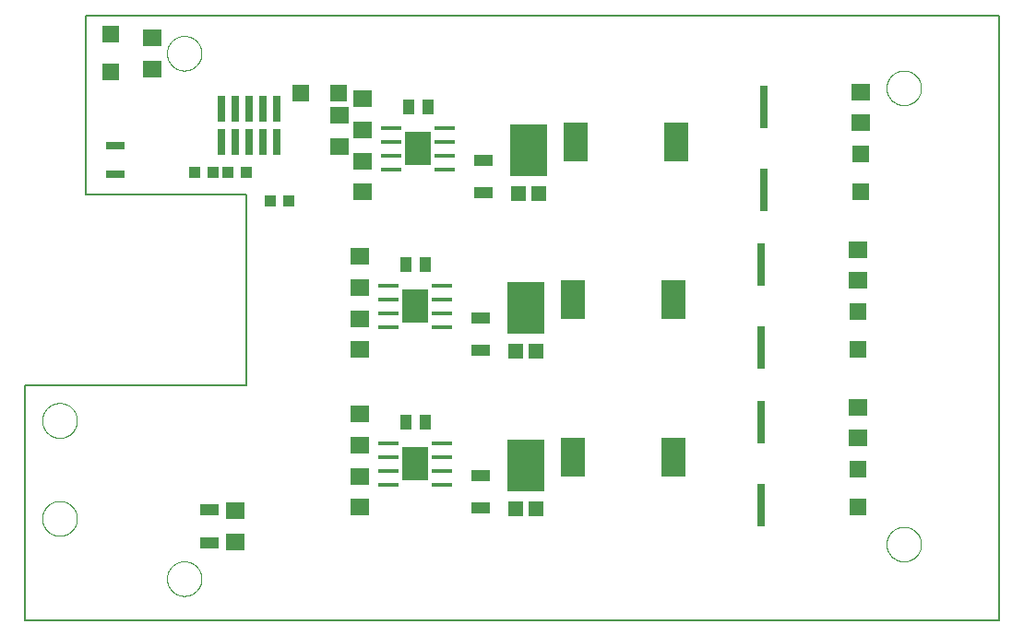
<source format=gtp>
G75*
%MOIN*%
%OFA0B0*%
%FSLAX25Y25*%
%IPPOS*%
%LPD*%
%AMOC8*
5,1,8,0,0,1.08239X$1,22.5*
%
%ADD10C,0.00500*%
%ADD11C,0.00000*%
%ADD12R,0.07100X0.04400*%
%ADD13R,0.07098X0.06299*%
%ADD14R,0.04400X0.05700*%
%ADD15R,0.03100X0.15200*%
%ADD16R,0.05500X0.05500*%
%ADD17R,0.13200X0.19100*%
%ADD18R,0.05906X0.05906*%
%ADD19R,0.07800X0.01800*%
%ADD20R,0.09400X0.12200*%
%ADD21C,0.00600*%
%ADD22R,0.09055X0.14173*%
%ADD23R,0.03937X0.04331*%
%ADD24R,0.04331X0.03937*%
%ADD25R,0.02650X0.09700*%
%ADD26R,0.06693X0.03150*%
D10*
X0026831Y0007667D02*
X0026831Y0092667D01*
X0106831Y0092667D01*
X0106831Y0161667D01*
X0048831Y0161667D01*
X0048831Y0226167D01*
X0378831Y0226167D01*
X0378831Y0007667D01*
X0026831Y0007667D01*
D11*
X0078081Y0022667D02*
X0078083Y0022825D01*
X0078089Y0022982D01*
X0078099Y0023140D01*
X0078113Y0023297D01*
X0078131Y0023453D01*
X0078152Y0023610D01*
X0078178Y0023765D01*
X0078208Y0023920D01*
X0078241Y0024074D01*
X0078279Y0024227D01*
X0078320Y0024380D01*
X0078365Y0024531D01*
X0078414Y0024681D01*
X0078467Y0024829D01*
X0078523Y0024977D01*
X0078584Y0025122D01*
X0078647Y0025267D01*
X0078715Y0025409D01*
X0078786Y0025550D01*
X0078860Y0025689D01*
X0078938Y0025826D01*
X0079020Y0025961D01*
X0079104Y0026094D01*
X0079193Y0026225D01*
X0079284Y0026353D01*
X0079379Y0026480D01*
X0079476Y0026603D01*
X0079577Y0026725D01*
X0079681Y0026843D01*
X0079788Y0026959D01*
X0079898Y0027072D01*
X0080010Y0027183D01*
X0080126Y0027290D01*
X0080244Y0027395D01*
X0080364Y0027497D01*
X0080487Y0027595D01*
X0080613Y0027691D01*
X0080741Y0027783D01*
X0080871Y0027872D01*
X0081003Y0027958D01*
X0081138Y0028040D01*
X0081275Y0028119D01*
X0081413Y0028194D01*
X0081553Y0028266D01*
X0081696Y0028334D01*
X0081839Y0028399D01*
X0081985Y0028460D01*
X0082132Y0028517D01*
X0082280Y0028571D01*
X0082430Y0028621D01*
X0082580Y0028667D01*
X0082732Y0028709D01*
X0082885Y0028748D01*
X0083039Y0028782D01*
X0083194Y0028813D01*
X0083349Y0028839D01*
X0083505Y0028862D01*
X0083662Y0028881D01*
X0083819Y0028896D01*
X0083976Y0028907D01*
X0084134Y0028914D01*
X0084292Y0028917D01*
X0084449Y0028916D01*
X0084607Y0028911D01*
X0084764Y0028902D01*
X0084922Y0028889D01*
X0085078Y0028872D01*
X0085235Y0028851D01*
X0085390Y0028827D01*
X0085545Y0028798D01*
X0085700Y0028765D01*
X0085853Y0028729D01*
X0086006Y0028688D01*
X0086157Y0028644D01*
X0086307Y0028596D01*
X0086456Y0028545D01*
X0086604Y0028489D01*
X0086750Y0028430D01*
X0086895Y0028367D01*
X0087038Y0028300D01*
X0087179Y0028230D01*
X0087318Y0028157D01*
X0087456Y0028080D01*
X0087592Y0027999D01*
X0087725Y0027915D01*
X0087856Y0027828D01*
X0087985Y0027737D01*
X0088112Y0027643D01*
X0088237Y0027546D01*
X0088358Y0027446D01*
X0088478Y0027343D01*
X0088594Y0027237D01*
X0088708Y0027128D01*
X0088820Y0027016D01*
X0088928Y0026902D01*
X0089033Y0026784D01*
X0089136Y0026664D01*
X0089235Y0026542D01*
X0089331Y0026417D01*
X0089424Y0026289D01*
X0089514Y0026160D01*
X0089600Y0026028D01*
X0089684Y0025894D01*
X0089763Y0025758D01*
X0089840Y0025620D01*
X0089912Y0025480D01*
X0089981Y0025338D01*
X0090047Y0025195D01*
X0090109Y0025050D01*
X0090167Y0024903D01*
X0090222Y0024755D01*
X0090273Y0024606D01*
X0090320Y0024455D01*
X0090363Y0024304D01*
X0090402Y0024151D01*
X0090438Y0023997D01*
X0090469Y0023843D01*
X0090497Y0023688D01*
X0090521Y0023532D01*
X0090541Y0023375D01*
X0090557Y0023218D01*
X0090569Y0023061D01*
X0090577Y0022904D01*
X0090581Y0022746D01*
X0090581Y0022588D01*
X0090577Y0022430D01*
X0090569Y0022273D01*
X0090557Y0022116D01*
X0090541Y0021959D01*
X0090521Y0021802D01*
X0090497Y0021646D01*
X0090469Y0021491D01*
X0090438Y0021337D01*
X0090402Y0021183D01*
X0090363Y0021030D01*
X0090320Y0020879D01*
X0090273Y0020728D01*
X0090222Y0020579D01*
X0090167Y0020431D01*
X0090109Y0020284D01*
X0090047Y0020139D01*
X0089981Y0019996D01*
X0089912Y0019854D01*
X0089840Y0019714D01*
X0089763Y0019576D01*
X0089684Y0019440D01*
X0089600Y0019306D01*
X0089514Y0019174D01*
X0089424Y0019045D01*
X0089331Y0018917D01*
X0089235Y0018792D01*
X0089136Y0018670D01*
X0089033Y0018550D01*
X0088928Y0018432D01*
X0088820Y0018318D01*
X0088708Y0018206D01*
X0088594Y0018097D01*
X0088478Y0017991D01*
X0088358Y0017888D01*
X0088237Y0017788D01*
X0088112Y0017691D01*
X0087985Y0017597D01*
X0087856Y0017506D01*
X0087725Y0017419D01*
X0087592Y0017335D01*
X0087456Y0017254D01*
X0087318Y0017177D01*
X0087179Y0017104D01*
X0087038Y0017034D01*
X0086895Y0016967D01*
X0086750Y0016904D01*
X0086604Y0016845D01*
X0086456Y0016789D01*
X0086307Y0016738D01*
X0086157Y0016690D01*
X0086006Y0016646D01*
X0085853Y0016605D01*
X0085700Y0016569D01*
X0085545Y0016536D01*
X0085390Y0016507D01*
X0085235Y0016483D01*
X0085078Y0016462D01*
X0084922Y0016445D01*
X0084764Y0016432D01*
X0084607Y0016423D01*
X0084449Y0016418D01*
X0084292Y0016417D01*
X0084134Y0016420D01*
X0083976Y0016427D01*
X0083819Y0016438D01*
X0083662Y0016453D01*
X0083505Y0016472D01*
X0083349Y0016495D01*
X0083194Y0016521D01*
X0083039Y0016552D01*
X0082885Y0016586D01*
X0082732Y0016625D01*
X0082580Y0016667D01*
X0082430Y0016713D01*
X0082280Y0016763D01*
X0082132Y0016817D01*
X0081985Y0016874D01*
X0081839Y0016935D01*
X0081696Y0017000D01*
X0081553Y0017068D01*
X0081413Y0017140D01*
X0081275Y0017215D01*
X0081138Y0017294D01*
X0081003Y0017376D01*
X0080871Y0017462D01*
X0080741Y0017551D01*
X0080613Y0017643D01*
X0080487Y0017739D01*
X0080364Y0017837D01*
X0080244Y0017939D01*
X0080126Y0018044D01*
X0080010Y0018151D01*
X0079898Y0018262D01*
X0079788Y0018375D01*
X0079681Y0018491D01*
X0079577Y0018609D01*
X0079476Y0018731D01*
X0079379Y0018854D01*
X0079284Y0018981D01*
X0079193Y0019109D01*
X0079104Y0019240D01*
X0079020Y0019373D01*
X0078938Y0019508D01*
X0078860Y0019645D01*
X0078786Y0019784D01*
X0078715Y0019925D01*
X0078647Y0020067D01*
X0078584Y0020212D01*
X0078523Y0020357D01*
X0078467Y0020505D01*
X0078414Y0020653D01*
X0078365Y0020803D01*
X0078320Y0020954D01*
X0078279Y0021107D01*
X0078241Y0021260D01*
X0078208Y0021414D01*
X0078178Y0021569D01*
X0078152Y0021724D01*
X0078131Y0021881D01*
X0078113Y0022037D01*
X0078099Y0022194D01*
X0078089Y0022352D01*
X0078083Y0022509D01*
X0078081Y0022667D01*
X0032996Y0044450D02*
X0032998Y0044608D01*
X0033004Y0044766D01*
X0033014Y0044924D01*
X0033028Y0045082D01*
X0033046Y0045239D01*
X0033067Y0045396D01*
X0033093Y0045552D01*
X0033123Y0045708D01*
X0033156Y0045863D01*
X0033194Y0046016D01*
X0033235Y0046169D01*
X0033280Y0046321D01*
X0033329Y0046472D01*
X0033382Y0046621D01*
X0033438Y0046769D01*
X0033498Y0046915D01*
X0033562Y0047060D01*
X0033630Y0047203D01*
X0033701Y0047345D01*
X0033775Y0047485D01*
X0033853Y0047622D01*
X0033935Y0047758D01*
X0034019Y0047892D01*
X0034108Y0048023D01*
X0034199Y0048152D01*
X0034294Y0048279D01*
X0034391Y0048404D01*
X0034492Y0048526D01*
X0034596Y0048645D01*
X0034703Y0048762D01*
X0034813Y0048876D01*
X0034926Y0048987D01*
X0035041Y0049096D01*
X0035159Y0049201D01*
X0035280Y0049303D01*
X0035403Y0049403D01*
X0035529Y0049499D01*
X0035657Y0049592D01*
X0035787Y0049682D01*
X0035920Y0049768D01*
X0036055Y0049852D01*
X0036191Y0049931D01*
X0036330Y0050008D01*
X0036471Y0050080D01*
X0036613Y0050150D01*
X0036757Y0050215D01*
X0036903Y0050277D01*
X0037050Y0050335D01*
X0037199Y0050390D01*
X0037349Y0050441D01*
X0037500Y0050488D01*
X0037652Y0050531D01*
X0037805Y0050570D01*
X0037960Y0050606D01*
X0038115Y0050637D01*
X0038271Y0050665D01*
X0038427Y0050689D01*
X0038584Y0050709D01*
X0038742Y0050725D01*
X0038899Y0050737D01*
X0039058Y0050745D01*
X0039216Y0050749D01*
X0039374Y0050749D01*
X0039532Y0050745D01*
X0039691Y0050737D01*
X0039848Y0050725D01*
X0040006Y0050709D01*
X0040163Y0050689D01*
X0040319Y0050665D01*
X0040475Y0050637D01*
X0040630Y0050606D01*
X0040785Y0050570D01*
X0040938Y0050531D01*
X0041090Y0050488D01*
X0041241Y0050441D01*
X0041391Y0050390D01*
X0041540Y0050335D01*
X0041687Y0050277D01*
X0041833Y0050215D01*
X0041977Y0050150D01*
X0042119Y0050080D01*
X0042260Y0050008D01*
X0042399Y0049931D01*
X0042535Y0049852D01*
X0042670Y0049768D01*
X0042803Y0049682D01*
X0042933Y0049592D01*
X0043061Y0049499D01*
X0043187Y0049403D01*
X0043310Y0049303D01*
X0043431Y0049201D01*
X0043549Y0049096D01*
X0043664Y0048987D01*
X0043777Y0048876D01*
X0043887Y0048762D01*
X0043994Y0048645D01*
X0044098Y0048526D01*
X0044199Y0048404D01*
X0044296Y0048279D01*
X0044391Y0048152D01*
X0044482Y0048023D01*
X0044571Y0047892D01*
X0044655Y0047758D01*
X0044737Y0047622D01*
X0044815Y0047485D01*
X0044889Y0047345D01*
X0044960Y0047203D01*
X0045028Y0047060D01*
X0045092Y0046915D01*
X0045152Y0046769D01*
X0045208Y0046621D01*
X0045261Y0046472D01*
X0045310Y0046321D01*
X0045355Y0046169D01*
X0045396Y0046016D01*
X0045434Y0045863D01*
X0045467Y0045708D01*
X0045497Y0045552D01*
X0045523Y0045396D01*
X0045544Y0045239D01*
X0045562Y0045082D01*
X0045576Y0044924D01*
X0045586Y0044766D01*
X0045592Y0044608D01*
X0045594Y0044450D01*
X0045592Y0044292D01*
X0045586Y0044134D01*
X0045576Y0043976D01*
X0045562Y0043818D01*
X0045544Y0043661D01*
X0045523Y0043504D01*
X0045497Y0043348D01*
X0045467Y0043192D01*
X0045434Y0043037D01*
X0045396Y0042884D01*
X0045355Y0042731D01*
X0045310Y0042579D01*
X0045261Y0042428D01*
X0045208Y0042279D01*
X0045152Y0042131D01*
X0045092Y0041985D01*
X0045028Y0041840D01*
X0044960Y0041697D01*
X0044889Y0041555D01*
X0044815Y0041415D01*
X0044737Y0041278D01*
X0044655Y0041142D01*
X0044571Y0041008D01*
X0044482Y0040877D01*
X0044391Y0040748D01*
X0044296Y0040621D01*
X0044199Y0040496D01*
X0044098Y0040374D01*
X0043994Y0040255D01*
X0043887Y0040138D01*
X0043777Y0040024D01*
X0043664Y0039913D01*
X0043549Y0039804D01*
X0043431Y0039699D01*
X0043310Y0039597D01*
X0043187Y0039497D01*
X0043061Y0039401D01*
X0042933Y0039308D01*
X0042803Y0039218D01*
X0042670Y0039132D01*
X0042535Y0039048D01*
X0042399Y0038969D01*
X0042260Y0038892D01*
X0042119Y0038820D01*
X0041977Y0038750D01*
X0041833Y0038685D01*
X0041687Y0038623D01*
X0041540Y0038565D01*
X0041391Y0038510D01*
X0041241Y0038459D01*
X0041090Y0038412D01*
X0040938Y0038369D01*
X0040785Y0038330D01*
X0040630Y0038294D01*
X0040475Y0038263D01*
X0040319Y0038235D01*
X0040163Y0038211D01*
X0040006Y0038191D01*
X0039848Y0038175D01*
X0039691Y0038163D01*
X0039532Y0038155D01*
X0039374Y0038151D01*
X0039216Y0038151D01*
X0039058Y0038155D01*
X0038899Y0038163D01*
X0038742Y0038175D01*
X0038584Y0038191D01*
X0038427Y0038211D01*
X0038271Y0038235D01*
X0038115Y0038263D01*
X0037960Y0038294D01*
X0037805Y0038330D01*
X0037652Y0038369D01*
X0037500Y0038412D01*
X0037349Y0038459D01*
X0037199Y0038510D01*
X0037050Y0038565D01*
X0036903Y0038623D01*
X0036757Y0038685D01*
X0036613Y0038750D01*
X0036471Y0038820D01*
X0036330Y0038892D01*
X0036191Y0038969D01*
X0036055Y0039048D01*
X0035920Y0039132D01*
X0035787Y0039218D01*
X0035657Y0039308D01*
X0035529Y0039401D01*
X0035403Y0039497D01*
X0035280Y0039597D01*
X0035159Y0039699D01*
X0035041Y0039804D01*
X0034926Y0039913D01*
X0034813Y0040024D01*
X0034703Y0040138D01*
X0034596Y0040255D01*
X0034492Y0040374D01*
X0034391Y0040496D01*
X0034294Y0040621D01*
X0034199Y0040748D01*
X0034108Y0040877D01*
X0034019Y0041008D01*
X0033935Y0041142D01*
X0033853Y0041278D01*
X0033775Y0041415D01*
X0033701Y0041555D01*
X0033630Y0041697D01*
X0033562Y0041840D01*
X0033498Y0041985D01*
X0033438Y0042131D01*
X0033382Y0042279D01*
X0033329Y0042428D01*
X0033280Y0042579D01*
X0033235Y0042731D01*
X0033194Y0042884D01*
X0033156Y0043037D01*
X0033123Y0043192D01*
X0033093Y0043348D01*
X0033067Y0043504D01*
X0033046Y0043661D01*
X0033028Y0043818D01*
X0033014Y0043976D01*
X0033004Y0044134D01*
X0032998Y0044292D01*
X0032996Y0044450D01*
X0032996Y0079883D02*
X0032998Y0080041D01*
X0033004Y0080199D01*
X0033014Y0080357D01*
X0033028Y0080515D01*
X0033046Y0080672D01*
X0033067Y0080829D01*
X0033093Y0080985D01*
X0033123Y0081141D01*
X0033156Y0081296D01*
X0033194Y0081449D01*
X0033235Y0081602D01*
X0033280Y0081754D01*
X0033329Y0081905D01*
X0033382Y0082054D01*
X0033438Y0082202D01*
X0033498Y0082348D01*
X0033562Y0082493D01*
X0033630Y0082636D01*
X0033701Y0082778D01*
X0033775Y0082918D01*
X0033853Y0083055D01*
X0033935Y0083191D01*
X0034019Y0083325D01*
X0034108Y0083456D01*
X0034199Y0083585D01*
X0034294Y0083712D01*
X0034391Y0083837D01*
X0034492Y0083959D01*
X0034596Y0084078D01*
X0034703Y0084195D01*
X0034813Y0084309D01*
X0034926Y0084420D01*
X0035041Y0084529D01*
X0035159Y0084634D01*
X0035280Y0084736D01*
X0035403Y0084836D01*
X0035529Y0084932D01*
X0035657Y0085025D01*
X0035787Y0085115D01*
X0035920Y0085201D01*
X0036055Y0085285D01*
X0036191Y0085364D01*
X0036330Y0085441D01*
X0036471Y0085513D01*
X0036613Y0085583D01*
X0036757Y0085648D01*
X0036903Y0085710D01*
X0037050Y0085768D01*
X0037199Y0085823D01*
X0037349Y0085874D01*
X0037500Y0085921D01*
X0037652Y0085964D01*
X0037805Y0086003D01*
X0037960Y0086039D01*
X0038115Y0086070D01*
X0038271Y0086098D01*
X0038427Y0086122D01*
X0038584Y0086142D01*
X0038742Y0086158D01*
X0038899Y0086170D01*
X0039058Y0086178D01*
X0039216Y0086182D01*
X0039374Y0086182D01*
X0039532Y0086178D01*
X0039691Y0086170D01*
X0039848Y0086158D01*
X0040006Y0086142D01*
X0040163Y0086122D01*
X0040319Y0086098D01*
X0040475Y0086070D01*
X0040630Y0086039D01*
X0040785Y0086003D01*
X0040938Y0085964D01*
X0041090Y0085921D01*
X0041241Y0085874D01*
X0041391Y0085823D01*
X0041540Y0085768D01*
X0041687Y0085710D01*
X0041833Y0085648D01*
X0041977Y0085583D01*
X0042119Y0085513D01*
X0042260Y0085441D01*
X0042399Y0085364D01*
X0042535Y0085285D01*
X0042670Y0085201D01*
X0042803Y0085115D01*
X0042933Y0085025D01*
X0043061Y0084932D01*
X0043187Y0084836D01*
X0043310Y0084736D01*
X0043431Y0084634D01*
X0043549Y0084529D01*
X0043664Y0084420D01*
X0043777Y0084309D01*
X0043887Y0084195D01*
X0043994Y0084078D01*
X0044098Y0083959D01*
X0044199Y0083837D01*
X0044296Y0083712D01*
X0044391Y0083585D01*
X0044482Y0083456D01*
X0044571Y0083325D01*
X0044655Y0083191D01*
X0044737Y0083055D01*
X0044815Y0082918D01*
X0044889Y0082778D01*
X0044960Y0082636D01*
X0045028Y0082493D01*
X0045092Y0082348D01*
X0045152Y0082202D01*
X0045208Y0082054D01*
X0045261Y0081905D01*
X0045310Y0081754D01*
X0045355Y0081602D01*
X0045396Y0081449D01*
X0045434Y0081296D01*
X0045467Y0081141D01*
X0045497Y0080985D01*
X0045523Y0080829D01*
X0045544Y0080672D01*
X0045562Y0080515D01*
X0045576Y0080357D01*
X0045586Y0080199D01*
X0045592Y0080041D01*
X0045594Y0079883D01*
X0045592Y0079725D01*
X0045586Y0079567D01*
X0045576Y0079409D01*
X0045562Y0079251D01*
X0045544Y0079094D01*
X0045523Y0078937D01*
X0045497Y0078781D01*
X0045467Y0078625D01*
X0045434Y0078470D01*
X0045396Y0078317D01*
X0045355Y0078164D01*
X0045310Y0078012D01*
X0045261Y0077861D01*
X0045208Y0077712D01*
X0045152Y0077564D01*
X0045092Y0077418D01*
X0045028Y0077273D01*
X0044960Y0077130D01*
X0044889Y0076988D01*
X0044815Y0076848D01*
X0044737Y0076711D01*
X0044655Y0076575D01*
X0044571Y0076441D01*
X0044482Y0076310D01*
X0044391Y0076181D01*
X0044296Y0076054D01*
X0044199Y0075929D01*
X0044098Y0075807D01*
X0043994Y0075688D01*
X0043887Y0075571D01*
X0043777Y0075457D01*
X0043664Y0075346D01*
X0043549Y0075237D01*
X0043431Y0075132D01*
X0043310Y0075030D01*
X0043187Y0074930D01*
X0043061Y0074834D01*
X0042933Y0074741D01*
X0042803Y0074651D01*
X0042670Y0074565D01*
X0042535Y0074481D01*
X0042399Y0074402D01*
X0042260Y0074325D01*
X0042119Y0074253D01*
X0041977Y0074183D01*
X0041833Y0074118D01*
X0041687Y0074056D01*
X0041540Y0073998D01*
X0041391Y0073943D01*
X0041241Y0073892D01*
X0041090Y0073845D01*
X0040938Y0073802D01*
X0040785Y0073763D01*
X0040630Y0073727D01*
X0040475Y0073696D01*
X0040319Y0073668D01*
X0040163Y0073644D01*
X0040006Y0073624D01*
X0039848Y0073608D01*
X0039691Y0073596D01*
X0039532Y0073588D01*
X0039374Y0073584D01*
X0039216Y0073584D01*
X0039058Y0073588D01*
X0038899Y0073596D01*
X0038742Y0073608D01*
X0038584Y0073624D01*
X0038427Y0073644D01*
X0038271Y0073668D01*
X0038115Y0073696D01*
X0037960Y0073727D01*
X0037805Y0073763D01*
X0037652Y0073802D01*
X0037500Y0073845D01*
X0037349Y0073892D01*
X0037199Y0073943D01*
X0037050Y0073998D01*
X0036903Y0074056D01*
X0036757Y0074118D01*
X0036613Y0074183D01*
X0036471Y0074253D01*
X0036330Y0074325D01*
X0036191Y0074402D01*
X0036055Y0074481D01*
X0035920Y0074565D01*
X0035787Y0074651D01*
X0035657Y0074741D01*
X0035529Y0074834D01*
X0035403Y0074930D01*
X0035280Y0075030D01*
X0035159Y0075132D01*
X0035041Y0075237D01*
X0034926Y0075346D01*
X0034813Y0075457D01*
X0034703Y0075571D01*
X0034596Y0075688D01*
X0034492Y0075807D01*
X0034391Y0075929D01*
X0034294Y0076054D01*
X0034199Y0076181D01*
X0034108Y0076310D01*
X0034019Y0076441D01*
X0033935Y0076575D01*
X0033853Y0076711D01*
X0033775Y0076848D01*
X0033701Y0076988D01*
X0033630Y0077130D01*
X0033562Y0077273D01*
X0033498Y0077418D01*
X0033438Y0077564D01*
X0033382Y0077712D01*
X0033329Y0077861D01*
X0033280Y0078012D01*
X0033235Y0078164D01*
X0033194Y0078317D01*
X0033156Y0078470D01*
X0033123Y0078625D01*
X0033093Y0078781D01*
X0033067Y0078937D01*
X0033046Y0079094D01*
X0033028Y0079251D01*
X0033014Y0079409D01*
X0033004Y0079567D01*
X0032998Y0079725D01*
X0032996Y0079883D01*
X0078081Y0212667D02*
X0078083Y0212825D01*
X0078089Y0212982D01*
X0078099Y0213140D01*
X0078113Y0213297D01*
X0078131Y0213453D01*
X0078152Y0213610D01*
X0078178Y0213765D01*
X0078208Y0213920D01*
X0078241Y0214074D01*
X0078279Y0214227D01*
X0078320Y0214380D01*
X0078365Y0214531D01*
X0078414Y0214681D01*
X0078467Y0214829D01*
X0078523Y0214977D01*
X0078584Y0215122D01*
X0078647Y0215267D01*
X0078715Y0215409D01*
X0078786Y0215550D01*
X0078860Y0215689D01*
X0078938Y0215826D01*
X0079020Y0215961D01*
X0079104Y0216094D01*
X0079193Y0216225D01*
X0079284Y0216353D01*
X0079379Y0216480D01*
X0079476Y0216603D01*
X0079577Y0216725D01*
X0079681Y0216843D01*
X0079788Y0216959D01*
X0079898Y0217072D01*
X0080010Y0217183D01*
X0080126Y0217290D01*
X0080244Y0217395D01*
X0080364Y0217497D01*
X0080487Y0217595D01*
X0080613Y0217691D01*
X0080741Y0217783D01*
X0080871Y0217872D01*
X0081003Y0217958D01*
X0081138Y0218040D01*
X0081275Y0218119D01*
X0081413Y0218194D01*
X0081553Y0218266D01*
X0081696Y0218334D01*
X0081839Y0218399D01*
X0081985Y0218460D01*
X0082132Y0218517D01*
X0082280Y0218571D01*
X0082430Y0218621D01*
X0082580Y0218667D01*
X0082732Y0218709D01*
X0082885Y0218748D01*
X0083039Y0218782D01*
X0083194Y0218813D01*
X0083349Y0218839D01*
X0083505Y0218862D01*
X0083662Y0218881D01*
X0083819Y0218896D01*
X0083976Y0218907D01*
X0084134Y0218914D01*
X0084292Y0218917D01*
X0084449Y0218916D01*
X0084607Y0218911D01*
X0084764Y0218902D01*
X0084922Y0218889D01*
X0085078Y0218872D01*
X0085235Y0218851D01*
X0085390Y0218827D01*
X0085545Y0218798D01*
X0085700Y0218765D01*
X0085853Y0218729D01*
X0086006Y0218688D01*
X0086157Y0218644D01*
X0086307Y0218596D01*
X0086456Y0218545D01*
X0086604Y0218489D01*
X0086750Y0218430D01*
X0086895Y0218367D01*
X0087038Y0218300D01*
X0087179Y0218230D01*
X0087318Y0218157D01*
X0087456Y0218080D01*
X0087592Y0217999D01*
X0087725Y0217915D01*
X0087856Y0217828D01*
X0087985Y0217737D01*
X0088112Y0217643D01*
X0088237Y0217546D01*
X0088358Y0217446D01*
X0088478Y0217343D01*
X0088594Y0217237D01*
X0088708Y0217128D01*
X0088820Y0217016D01*
X0088928Y0216902D01*
X0089033Y0216784D01*
X0089136Y0216664D01*
X0089235Y0216542D01*
X0089331Y0216417D01*
X0089424Y0216289D01*
X0089514Y0216160D01*
X0089600Y0216028D01*
X0089684Y0215894D01*
X0089763Y0215758D01*
X0089840Y0215620D01*
X0089912Y0215480D01*
X0089981Y0215338D01*
X0090047Y0215195D01*
X0090109Y0215050D01*
X0090167Y0214903D01*
X0090222Y0214755D01*
X0090273Y0214606D01*
X0090320Y0214455D01*
X0090363Y0214304D01*
X0090402Y0214151D01*
X0090438Y0213997D01*
X0090469Y0213843D01*
X0090497Y0213688D01*
X0090521Y0213532D01*
X0090541Y0213375D01*
X0090557Y0213218D01*
X0090569Y0213061D01*
X0090577Y0212904D01*
X0090581Y0212746D01*
X0090581Y0212588D01*
X0090577Y0212430D01*
X0090569Y0212273D01*
X0090557Y0212116D01*
X0090541Y0211959D01*
X0090521Y0211802D01*
X0090497Y0211646D01*
X0090469Y0211491D01*
X0090438Y0211337D01*
X0090402Y0211183D01*
X0090363Y0211030D01*
X0090320Y0210879D01*
X0090273Y0210728D01*
X0090222Y0210579D01*
X0090167Y0210431D01*
X0090109Y0210284D01*
X0090047Y0210139D01*
X0089981Y0209996D01*
X0089912Y0209854D01*
X0089840Y0209714D01*
X0089763Y0209576D01*
X0089684Y0209440D01*
X0089600Y0209306D01*
X0089514Y0209174D01*
X0089424Y0209045D01*
X0089331Y0208917D01*
X0089235Y0208792D01*
X0089136Y0208670D01*
X0089033Y0208550D01*
X0088928Y0208432D01*
X0088820Y0208318D01*
X0088708Y0208206D01*
X0088594Y0208097D01*
X0088478Y0207991D01*
X0088358Y0207888D01*
X0088237Y0207788D01*
X0088112Y0207691D01*
X0087985Y0207597D01*
X0087856Y0207506D01*
X0087725Y0207419D01*
X0087592Y0207335D01*
X0087456Y0207254D01*
X0087318Y0207177D01*
X0087179Y0207104D01*
X0087038Y0207034D01*
X0086895Y0206967D01*
X0086750Y0206904D01*
X0086604Y0206845D01*
X0086456Y0206789D01*
X0086307Y0206738D01*
X0086157Y0206690D01*
X0086006Y0206646D01*
X0085853Y0206605D01*
X0085700Y0206569D01*
X0085545Y0206536D01*
X0085390Y0206507D01*
X0085235Y0206483D01*
X0085078Y0206462D01*
X0084922Y0206445D01*
X0084764Y0206432D01*
X0084607Y0206423D01*
X0084449Y0206418D01*
X0084292Y0206417D01*
X0084134Y0206420D01*
X0083976Y0206427D01*
X0083819Y0206438D01*
X0083662Y0206453D01*
X0083505Y0206472D01*
X0083349Y0206495D01*
X0083194Y0206521D01*
X0083039Y0206552D01*
X0082885Y0206586D01*
X0082732Y0206625D01*
X0082580Y0206667D01*
X0082430Y0206713D01*
X0082280Y0206763D01*
X0082132Y0206817D01*
X0081985Y0206874D01*
X0081839Y0206935D01*
X0081696Y0207000D01*
X0081553Y0207068D01*
X0081413Y0207140D01*
X0081275Y0207215D01*
X0081138Y0207294D01*
X0081003Y0207376D01*
X0080871Y0207462D01*
X0080741Y0207551D01*
X0080613Y0207643D01*
X0080487Y0207739D01*
X0080364Y0207837D01*
X0080244Y0207939D01*
X0080126Y0208044D01*
X0080010Y0208151D01*
X0079898Y0208262D01*
X0079788Y0208375D01*
X0079681Y0208491D01*
X0079577Y0208609D01*
X0079476Y0208731D01*
X0079379Y0208854D01*
X0079284Y0208981D01*
X0079193Y0209109D01*
X0079104Y0209240D01*
X0079020Y0209373D01*
X0078938Y0209508D01*
X0078860Y0209645D01*
X0078786Y0209784D01*
X0078715Y0209925D01*
X0078647Y0210067D01*
X0078584Y0210212D01*
X0078523Y0210357D01*
X0078467Y0210505D01*
X0078414Y0210653D01*
X0078365Y0210803D01*
X0078320Y0210954D01*
X0078279Y0211107D01*
X0078241Y0211260D01*
X0078208Y0211414D01*
X0078178Y0211569D01*
X0078152Y0211724D01*
X0078131Y0211881D01*
X0078113Y0212037D01*
X0078099Y0212194D01*
X0078089Y0212352D01*
X0078083Y0212509D01*
X0078081Y0212667D01*
X0338081Y0200167D02*
X0338083Y0200325D01*
X0338089Y0200482D01*
X0338099Y0200640D01*
X0338113Y0200797D01*
X0338131Y0200953D01*
X0338152Y0201110D01*
X0338178Y0201265D01*
X0338208Y0201420D01*
X0338241Y0201574D01*
X0338279Y0201727D01*
X0338320Y0201880D01*
X0338365Y0202031D01*
X0338414Y0202181D01*
X0338467Y0202329D01*
X0338523Y0202477D01*
X0338584Y0202622D01*
X0338647Y0202767D01*
X0338715Y0202909D01*
X0338786Y0203050D01*
X0338860Y0203189D01*
X0338938Y0203326D01*
X0339020Y0203461D01*
X0339104Y0203594D01*
X0339193Y0203725D01*
X0339284Y0203853D01*
X0339379Y0203980D01*
X0339476Y0204103D01*
X0339577Y0204225D01*
X0339681Y0204343D01*
X0339788Y0204459D01*
X0339898Y0204572D01*
X0340010Y0204683D01*
X0340126Y0204790D01*
X0340244Y0204895D01*
X0340364Y0204997D01*
X0340487Y0205095D01*
X0340613Y0205191D01*
X0340741Y0205283D01*
X0340871Y0205372D01*
X0341003Y0205458D01*
X0341138Y0205540D01*
X0341275Y0205619D01*
X0341413Y0205694D01*
X0341553Y0205766D01*
X0341696Y0205834D01*
X0341839Y0205899D01*
X0341985Y0205960D01*
X0342132Y0206017D01*
X0342280Y0206071D01*
X0342430Y0206121D01*
X0342580Y0206167D01*
X0342732Y0206209D01*
X0342885Y0206248D01*
X0343039Y0206282D01*
X0343194Y0206313D01*
X0343349Y0206339D01*
X0343505Y0206362D01*
X0343662Y0206381D01*
X0343819Y0206396D01*
X0343976Y0206407D01*
X0344134Y0206414D01*
X0344292Y0206417D01*
X0344449Y0206416D01*
X0344607Y0206411D01*
X0344764Y0206402D01*
X0344922Y0206389D01*
X0345078Y0206372D01*
X0345235Y0206351D01*
X0345390Y0206327D01*
X0345545Y0206298D01*
X0345700Y0206265D01*
X0345853Y0206229D01*
X0346006Y0206188D01*
X0346157Y0206144D01*
X0346307Y0206096D01*
X0346456Y0206045D01*
X0346604Y0205989D01*
X0346750Y0205930D01*
X0346895Y0205867D01*
X0347038Y0205800D01*
X0347179Y0205730D01*
X0347318Y0205657D01*
X0347456Y0205580D01*
X0347592Y0205499D01*
X0347725Y0205415D01*
X0347856Y0205328D01*
X0347985Y0205237D01*
X0348112Y0205143D01*
X0348237Y0205046D01*
X0348358Y0204946D01*
X0348478Y0204843D01*
X0348594Y0204737D01*
X0348708Y0204628D01*
X0348820Y0204516D01*
X0348928Y0204402D01*
X0349033Y0204284D01*
X0349136Y0204164D01*
X0349235Y0204042D01*
X0349331Y0203917D01*
X0349424Y0203789D01*
X0349514Y0203660D01*
X0349600Y0203528D01*
X0349684Y0203394D01*
X0349763Y0203258D01*
X0349840Y0203120D01*
X0349912Y0202980D01*
X0349981Y0202838D01*
X0350047Y0202695D01*
X0350109Y0202550D01*
X0350167Y0202403D01*
X0350222Y0202255D01*
X0350273Y0202106D01*
X0350320Y0201955D01*
X0350363Y0201804D01*
X0350402Y0201651D01*
X0350438Y0201497D01*
X0350469Y0201343D01*
X0350497Y0201188D01*
X0350521Y0201032D01*
X0350541Y0200875D01*
X0350557Y0200718D01*
X0350569Y0200561D01*
X0350577Y0200404D01*
X0350581Y0200246D01*
X0350581Y0200088D01*
X0350577Y0199930D01*
X0350569Y0199773D01*
X0350557Y0199616D01*
X0350541Y0199459D01*
X0350521Y0199302D01*
X0350497Y0199146D01*
X0350469Y0198991D01*
X0350438Y0198837D01*
X0350402Y0198683D01*
X0350363Y0198530D01*
X0350320Y0198379D01*
X0350273Y0198228D01*
X0350222Y0198079D01*
X0350167Y0197931D01*
X0350109Y0197784D01*
X0350047Y0197639D01*
X0349981Y0197496D01*
X0349912Y0197354D01*
X0349840Y0197214D01*
X0349763Y0197076D01*
X0349684Y0196940D01*
X0349600Y0196806D01*
X0349514Y0196674D01*
X0349424Y0196545D01*
X0349331Y0196417D01*
X0349235Y0196292D01*
X0349136Y0196170D01*
X0349033Y0196050D01*
X0348928Y0195932D01*
X0348820Y0195818D01*
X0348708Y0195706D01*
X0348594Y0195597D01*
X0348478Y0195491D01*
X0348358Y0195388D01*
X0348237Y0195288D01*
X0348112Y0195191D01*
X0347985Y0195097D01*
X0347856Y0195006D01*
X0347725Y0194919D01*
X0347592Y0194835D01*
X0347456Y0194754D01*
X0347318Y0194677D01*
X0347179Y0194604D01*
X0347038Y0194534D01*
X0346895Y0194467D01*
X0346750Y0194404D01*
X0346604Y0194345D01*
X0346456Y0194289D01*
X0346307Y0194238D01*
X0346157Y0194190D01*
X0346006Y0194146D01*
X0345853Y0194105D01*
X0345700Y0194069D01*
X0345545Y0194036D01*
X0345390Y0194007D01*
X0345235Y0193983D01*
X0345078Y0193962D01*
X0344922Y0193945D01*
X0344764Y0193932D01*
X0344607Y0193923D01*
X0344449Y0193918D01*
X0344292Y0193917D01*
X0344134Y0193920D01*
X0343976Y0193927D01*
X0343819Y0193938D01*
X0343662Y0193953D01*
X0343505Y0193972D01*
X0343349Y0193995D01*
X0343194Y0194021D01*
X0343039Y0194052D01*
X0342885Y0194086D01*
X0342732Y0194125D01*
X0342580Y0194167D01*
X0342430Y0194213D01*
X0342280Y0194263D01*
X0342132Y0194317D01*
X0341985Y0194374D01*
X0341839Y0194435D01*
X0341696Y0194500D01*
X0341553Y0194568D01*
X0341413Y0194640D01*
X0341275Y0194715D01*
X0341138Y0194794D01*
X0341003Y0194876D01*
X0340871Y0194962D01*
X0340741Y0195051D01*
X0340613Y0195143D01*
X0340487Y0195239D01*
X0340364Y0195337D01*
X0340244Y0195439D01*
X0340126Y0195544D01*
X0340010Y0195651D01*
X0339898Y0195762D01*
X0339788Y0195875D01*
X0339681Y0195991D01*
X0339577Y0196109D01*
X0339476Y0196231D01*
X0339379Y0196354D01*
X0339284Y0196481D01*
X0339193Y0196609D01*
X0339104Y0196740D01*
X0339020Y0196873D01*
X0338938Y0197008D01*
X0338860Y0197145D01*
X0338786Y0197284D01*
X0338715Y0197425D01*
X0338647Y0197567D01*
X0338584Y0197712D01*
X0338523Y0197857D01*
X0338467Y0198005D01*
X0338414Y0198153D01*
X0338365Y0198303D01*
X0338320Y0198454D01*
X0338279Y0198607D01*
X0338241Y0198760D01*
X0338208Y0198914D01*
X0338178Y0199069D01*
X0338152Y0199224D01*
X0338131Y0199381D01*
X0338113Y0199537D01*
X0338099Y0199694D01*
X0338089Y0199852D01*
X0338083Y0200009D01*
X0338081Y0200167D01*
X0338081Y0035167D02*
X0338083Y0035325D01*
X0338089Y0035482D01*
X0338099Y0035640D01*
X0338113Y0035797D01*
X0338131Y0035953D01*
X0338152Y0036110D01*
X0338178Y0036265D01*
X0338208Y0036420D01*
X0338241Y0036574D01*
X0338279Y0036727D01*
X0338320Y0036880D01*
X0338365Y0037031D01*
X0338414Y0037181D01*
X0338467Y0037329D01*
X0338523Y0037477D01*
X0338584Y0037622D01*
X0338647Y0037767D01*
X0338715Y0037909D01*
X0338786Y0038050D01*
X0338860Y0038189D01*
X0338938Y0038326D01*
X0339020Y0038461D01*
X0339104Y0038594D01*
X0339193Y0038725D01*
X0339284Y0038853D01*
X0339379Y0038980D01*
X0339476Y0039103D01*
X0339577Y0039225D01*
X0339681Y0039343D01*
X0339788Y0039459D01*
X0339898Y0039572D01*
X0340010Y0039683D01*
X0340126Y0039790D01*
X0340244Y0039895D01*
X0340364Y0039997D01*
X0340487Y0040095D01*
X0340613Y0040191D01*
X0340741Y0040283D01*
X0340871Y0040372D01*
X0341003Y0040458D01*
X0341138Y0040540D01*
X0341275Y0040619D01*
X0341413Y0040694D01*
X0341553Y0040766D01*
X0341696Y0040834D01*
X0341839Y0040899D01*
X0341985Y0040960D01*
X0342132Y0041017D01*
X0342280Y0041071D01*
X0342430Y0041121D01*
X0342580Y0041167D01*
X0342732Y0041209D01*
X0342885Y0041248D01*
X0343039Y0041282D01*
X0343194Y0041313D01*
X0343349Y0041339D01*
X0343505Y0041362D01*
X0343662Y0041381D01*
X0343819Y0041396D01*
X0343976Y0041407D01*
X0344134Y0041414D01*
X0344292Y0041417D01*
X0344449Y0041416D01*
X0344607Y0041411D01*
X0344764Y0041402D01*
X0344922Y0041389D01*
X0345078Y0041372D01*
X0345235Y0041351D01*
X0345390Y0041327D01*
X0345545Y0041298D01*
X0345700Y0041265D01*
X0345853Y0041229D01*
X0346006Y0041188D01*
X0346157Y0041144D01*
X0346307Y0041096D01*
X0346456Y0041045D01*
X0346604Y0040989D01*
X0346750Y0040930D01*
X0346895Y0040867D01*
X0347038Y0040800D01*
X0347179Y0040730D01*
X0347318Y0040657D01*
X0347456Y0040580D01*
X0347592Y0040499D01*
X0347725Y0040415D01*
X0347856Y0040328D01*
X0347985Y0040237D01*
X0348112Y0040143D01*
X0348237Y0040046D01*
X0348358Y0039946D01*
X0348478Y0039843D01*
X0348594Y0039737D01*
X0348708Y0039628D01*
X0348820Y0039516D01*
X0348928Y0039402D01*
X0349033Y0039284D01*
X0349136Y0039164D01*
X0349235Y0039042D01*
X0349331Y0038917D01*
X0349424Y0038789D01*
X0349514Y0038660D01*
X0349600Y0038528D01*
X0349684Y0038394D01*
X0349763Y0038258D01*
X0349840Y0038120D01*
X0349912Y0037980D01*
X0349981Y0037838D01*
X0350047Y0037695D01*
X0350109Y0037550D01*
X0350167Y0037403D01*
X0350222Y0037255D01*
X0350273Y0037106D01*
X0350320Y0036955D01*
X0350363Y0036804D01*
X0350402Y0036651D01*
X0350438Y0036497D01*
X0350469Y0036343D01*
X0350497Y0036188D01*
X0350521Y0036032D01*
X0350541Y0035875D01*
X0350557Y0035718D01*
X0350569Y0035561D01*
X0350577Y0035404D01*
X0350581Y0035246D01*
X0350581Y0035088D01*
X0350577Y0034930D01*
X0350569Y0034773D01*
X0350557Y0034616D01*
X0350541Y0034459D01*
X0350521Y0034302D01*
X0350497Y0034146D01*
X0350469Y0033991D01*
X0350438Y0033837D01*
X0350402Y0033683D01*
X0350363Y0033530D01*
X0350320Y0033379D01*
X0350273Y0033228D01*
X0350222Y0033079D01*
X0350167Y0032931D01*
X0350109Y0032784D01*
X0350047Y0032639D01*
X0349981Y0032496D01*
X0349912Y0032354D01*
X0349840Y0032214D01*
X0349763Y0032076D01*
X0349684Y0031940D01*
X0349600Y0031806D01*
X0349514Y0031674D01*
X0349424Y0031545D01*
X0349331Y0031417D01*
X0349235Y0031292D01*
X0349136Y0031170D01*
X0349033Y0031050D01*
X0348928Y0030932D01*
X0348820Y0030818D01*
X0348708Y0030706D01*
X0348594Y0030597D01*
X0348478Y0030491D01*
X0348358Y0030388D01*
X0348237Y0030288D01*
X0348112Y0030191D01*
X0347985Y0030097D01*
X0347856Y0030006D01*
X0347725Y0029919D01*
X0347592Y0029835D01*
X0347456Y0029754D01*
X0347318Y0029677D01*
X0347179Y0029604D01*
X0347038Y0029534D01*
X0346895Y0029467D01*
X0346750Y0029404D01*
X0346604Y0029345D01*
X0346456Y0029289D01*
X0346307Y0029238D01*
X0346157Y0029190D01*
X0346006Y0029146D01*
X0345853Y0029105D01*
X0345700Y0029069D01*
X0345545Y0029036D01*
X0345390Y0029007D01*
X0345235Y0028983D01*
X0345078Y0028962D01*
X0344922Y0028945D01*
X0344764Y0028932D01*
X0344607Y0028923D01*
X0344449Y0028918D01*
X0344292Y0028917D01*
X0344134Y0028920D01*
X0343976Y0028927D01*
X0343819Y0028938D01*
X0343662Y0028953D01*
X0343505Y0028972D01*
X0343349Y0028995D01*
X0343194Y0029021D01*
X0343039Y0029052D01*
X0342885Y0029086D01*
X0342732Y0029125D01*
X0342580Y0029167D01*
X0342430Y0029213D01*
X0342280Y0029263D01*
X0342132Y0029317D01*
X0341985Y0029374D01*
X0341839Y0029435D01*
X0341696Y0029500D01*
X0341553Y0029568D01*
X0341413Y0029640D01*
X0341275Y0029715D01*
X0341138Y0029794D01*
X0341003Y0029876D01*
X0340871Y0029962D01*
X0340741Y0030051D01*
X0340613Y0030143D01*
X0340487Y0030239D01*
X0340364Y0030337D01*
X0340244Y0030439D01*
X0340126Y0030544D01*
X0340010Y0030651D01*
X0339898Y0030762D01*
X0339788Y0030875D01*
X0339681Y0030991D01*
X0339577Y0031109D01*
X0339476Y0031231D01*
X0339379Y0031354D01*
X0339284Y0031481D01*
X0339193Y0031609D01*
X0339104Y0031740D01*
X0339020Y0031873D01*
X0338938Y0032008D01*
X0338860Y0032145D01*
X0338786Y0032284D01*
X0338715Y0032425D01*
X0338647Y0032567D01*
X0338584Y0032712D01*
X0338523Y0032857D01*
X0338467Y0033005D01*
X0338414Y0033153D01*
X0338365Y0033303D01*
X0338320Y0033454D01*
X0338279Y0033607D01*
X0338241Y0033760D01*
X0338208Y0033914D01*
X0338178Y0034069D01*
X0338152Y0034224D01*
X0338131Y0034381D01*
X0338113Y0034537D01*
X0338099Y0034694D01*
X0338089Y0034852D01*
X0338083Y0035009D01*
X0338081Y0035167D01*
D12*
X0191581Y0048267D03*
X0191581Y0060067D03*
X0191581Y0105267D03*
X0191581Y0117067D03*
X0192581Y0162267D03*
X0192581Y0174067D03*
X0093331Y0047567D03*
X0093331Y0035767D03*
D13*
X0102831Y0036068D03*
X0102831Y0047265D03*
X0147831Y0048568D03*
X0147831Y0059765D03*
X0147831Y0071068D03*
X0147831Y0082265D03*
X0147831Y0105568D03*
X0147831Y0116765D03*
X0147831Y0128068D03*
X0147831Y0139265D03*
X0148831Y0162568D03*
X0148831Y0173765D03*
X0140331Y0179068D03*
X0148831Y0185068D03*
X0140331Y0190265D03*
X0148831Y0196265D03*
X0072831Y0207068D03*
X0072831Y0218265D03*
X0328831Y0198765D03*
X0328831Y0187568D03*
X0327831Y0141765D03*
X0327831Y0130568D03*
X0327831Y0084765D03*
X0327831Y0073568D03*
D14*
X0171381Y0079167D03*
X0164281Y0079167D03*
X0164281Y0136167D03*
X0171381Y0136167D03*
X0172381Y0193167D03*
X0165281Y0193167D03*
D15*
X0293831Y0193217D03*
X0293831Y0163117D03*
X0292831Y0136217D03*
X0292831Y0106117D03*
X0292831Y0079217D03*
X0292831Y0049117D03*
D16*
X0211453Y0047917D03*
X0204209Y0047917D03*
X0204209Y0104917D03*
X0211453Y0104917D03*
X0212453Y0161917D03*
X0205209Y0161917D03*
D17*
X0208831Y0177617D03*
X0207831Y0120617D03*
X0207831Y0063617D03*
D18*
X0327831Y0062306D03*
X0327831Y0048527D03*
X0327831Y0105527D03*
X0327831Y0119306D03*
X0328831Y0162527D03*
X0328831Y0176306D03*
X0140220Y0198167D03*
X0126441Y0198167D03*
X0057831Y0205777D03*
X0057831Y0219556D03*
D19*
X0159131Y0185667D03*
X0159131Y0180667D03*
X0159131Y0175667D03*
X0159131Y0170667D03*
X0178531Y0170667D03*
X0178531Y0175667D03*
X0178531Y0180667D03*
X0178531Y0185667D03*
X0177531Y0128667D03*
X0177531Y0123667D03*
X0177531Y0118667D03*
X0177531Y0113667D03*
X0158131Y0113667D03*
X0158131Y0118667D03*
X0158131Y0123667D03*
X0158131Y0128667D03*
X0158131Y0071667D03*
X0158131Y0066667D03*
X0158131Y0061667D03*
X0158131Y0056667D03*
X0177531Y0056667D03*
X0177531Y0061667D03*
X0177531Y0066667D03*
X0177531Y0071667D03*
D20*
X0167831Y0064167D03*
X0167831Y0121167D03*
X0168831Y0178167D03*
D21*
X0164531Y0178567D02*
X0173131Y0178567D01*
X0173131Y0183867D01*
X0164531Y0183867D01*
X0164531Y0178567D01*
X0164531Y0177767D02*
X0173131Y0177767D01*
X0173131Y0172467D01*
X0164531Y0172467D01*
X0164531Y0177767D01*
X0163531Y0126867D02*
X0172131Y0126867D01*
X0172131Y0121567D01*
X0163531Y0121567D01*
X0163531Y0126867D01*
X0163531Y0120767D02*
X0172131Y0120767D01*
X0172131Y0115467D01*
X0163531Y0115467D01*
X0163531Y0120767D01*
X0163531Y0069867D02*
X0172131Y0069867D01*
X0172131Y0064567D01*
X0163531Y0064567D01*
X0163531Y0069867D01*
X0163531Y0063767D02*
X0172131Y0063767D01*
X0172131Y0058467D01*
X0163531Y0058467D01*
X0163531Y0063767D01*
D22*
X0224720Y0066667D03*
X0260941Y0066667D03*
X0260941Y0123667D03*
X0224720Y0123667D03*
X0225720Y0180667D03*
X0261941Y0180667D03*
D23*
X0106677Y0169667D03*
X0099984Y0169667D03*
X0094677Y0169667D03*
X0087984Y0169667D03*
D24*
X0115484Y0159167D03*
X0122177Y0159167D03*
D25*
X0117856Y0180717D03*
X0112856Y0180617D03*
X0107806Y0180667D03*
X0102706Y0180717D03*
X0097756Y0180667D03*
X0097806Y0192667D03*
X0102806Y0192667D03*
X0107806Y0192767D03*
X0112906Y0192717D03*
X0117906Y0192717D03*
D26*
X0059331Y0179285D03*
X0059331Y0169049D03*
M02*

</source>
